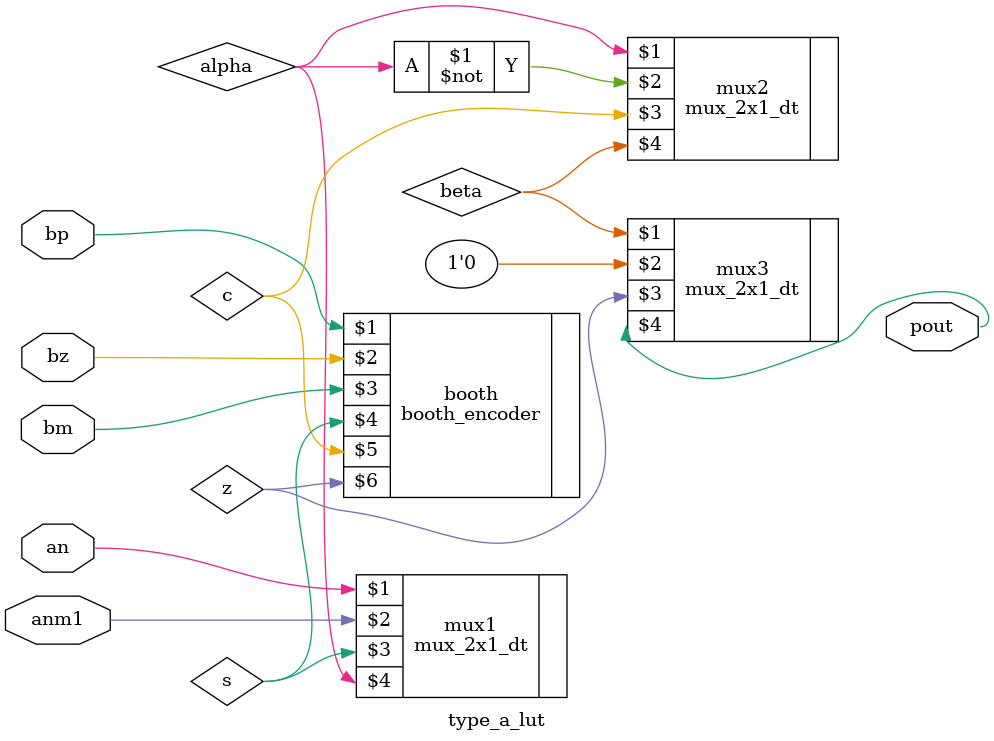
<source format=sv>
module type_a_lut(
  input wire an, anm1, bp, bz, bm,
  output wire pout);
  
  wire s, c, z;
  wire alpha, beta;
  
  booth_encoder booth(bp, bz, bm, s, c, z);
  mux_2x1_dt mux1(an, anm1, s, alpha);
  mux_2x1_dt mux2(alpha, ~alpha, c, beta);
  mux_2x1_dt mux3(beta, 1'b0, z, pout);
  
endmodule
</source>
